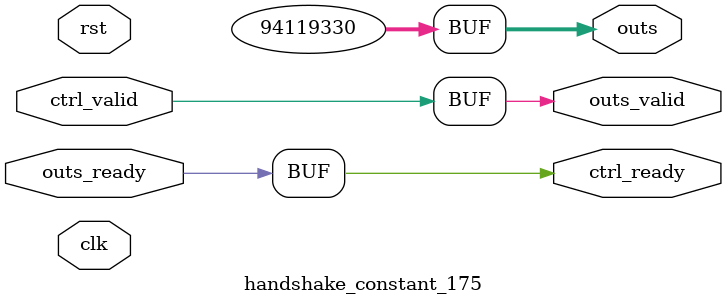
<source format=v>
`timescale 1ns / 1ps
module handshake_constant_175 #(
  parameter DATA_WIDTH = 32  // Default set to 32 bits
) (
  input                       clk,
  input                       rst,
  // Input Channel
  input                       ctrl_valid,
  output                      ctrl_ready,
  // Output Channel
  output [DATA_WIDTH - 1 : 0] outs,
  output                      outs_valid,
  input                       outs_ready
);
  assign outs       = 28'b0101100111000010010110100010;
  assign outs_valid = ctrl_valid;
  assign ctrl_ready = outs_ready;

endmodule

</source>
